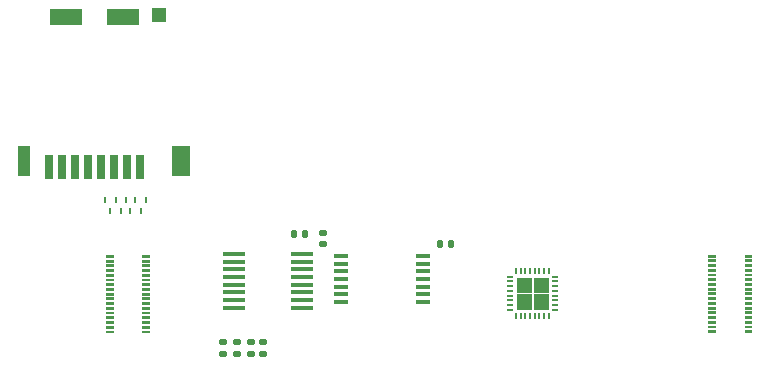
<source format=gbr>
%TF.GenerationSoftware,KiCad,Pcbnew,(6.0.7)*%
%TF.CreationDate,2022-09-26T14:07:28+03:00*%
%TF.ProjectId,202-combi-v0.2,3230322d-636f-46d6-9269-2d76302e322e,rev?*%
%TF.SameCoordinates,PX328b740PY3479d68*%
%TF.FileFunction,Paste,Top*%
%TF.FilePolarity,Positive*%
%FSLAX46Y46*%
G04 Gerber Fmt 4.6, Leading zero omitted, Abs format (unit mm)*
G04 Created by KiCad (PCBNEW (6.0.7)) date 2022-09-26 14:07:28*
%MOMM*%
%LPD*%
G01*
G04 APERTURE LIST*
G04 Aperture macros list*
%AMRoundRect*
0 Rectangle with rounded corners*
0 $1 Rounding radius*
0 $2 $3 $4 $5 $6 $7 $8 $9 X,Y pos of 4 corners*
0 Add a 4 corners polygon primitive as box body*
4,1,4,$2,$3,$4,$5,$6,$7,$8,$9,$2,$3,0*
0 Add four circle primitives for the rounded corners*
1,1,$1+$1,$2,$3*
1,1,$1+$1,$4,$5*
1,1,$1+$1,$6,$7*
1,1,$1+$1,$8,$9*
0 Add four rect primitives between the rounded corners*
20,1,$1+$1,$2,$3,$4,$5,0*
20,1,$1+$1,$4,$5,$6,$7,0*
20,1,$1+$1,$6,$7,$8,$9,0*
20,1,$1+$1,$8,$9,$2,$3,0*%
G04 Aperture macros list end*
%ADD10C,0.010000*%
%ADD11C,0.100000*%
%ADD12R,0.711200X2.006600*%
%ADD13R,2.692400X1.397000*%
%ADD14R,0.990600X2.590800*%
%ADD15R,1.193800X1.193800*%
%ADD16R,1.498600X2.590800*%
%ADD17R,1.955432X0.420766*%
%ADD18RoundRect,0.135000X0.185000X-0.135000X0.185000X0.135000X-0.185000X0.135000X-0.185000X-0.135000X0*%
%ADD19RoundRect,0.140000X-0.140000X-0.170000X0.140000X-0.170000X0.140000X0.170000X-0.140000X0.170000X0*%
%ADD20RoundRect,0.135000X-0.185000X0.135000X-0.185000X-0.135000X0.185000X-0.135000X0.185000X0.135000X0*%
%ADD21R,0.200000X0.600000*%
%ADD22R,1.200000X0.400000*%
%ADD23RoundRect,0.140000X0.170000X-0.140000X0.170000X0.140000X-0.170000X0.140000X-0.170000X-0.140000X0*%
%ADD24R,0.200000X0.549999*%
%ADD25R,0.549999X0.200000*%
G04 APERTURE END LIST*
%TO.C,P4*%
G36*
X8735394Y-22264155D02*
G01*
X8175394Y-22264155D01*
X8175394Y-22104155D01*
X8735394Y-22104155D01*
X8735394Y-22264155D01*
G37*
D10*
X8735394Y-22264155D02*
X8175394Y-22264155D01*
X8175394Y-22104155D01*
X8735394Y-22104155D01*
X8735394Y-22264155D01*
G36*
X11815394Y-26664155D02*
G01*
X11255394Y-26664155D01*
X11255394Y-26504155D01*
X11815394Y-26504155D01*
X11815394Y-26664155D01*
G37*
X11815394Y-26664155D02*
X11255394Y-26664155D01*
X11255394Y-26504155D01*
X11815394Y-26504155D01*
X11815394Y-26664155D01*
G36*
X8735394Y-22664155D02*
G01*
X8175394Y-22664155D01*
X8175394Y-22504155D01*
X8735394Y-22504155D01*
X8735394Y-22664155D01*
G37*
X8735394Y-22664155D02*
X8175394Y-22664155D01*
X8175394Y-22504155D01*
X8735394Y-22504155D01*
X8735394Y-22664155D01*
G36*
X8735394Y-21864155D02*
G01*
X8175394Y-21864155D01*
X8175394Y-21704155D01*
X8735394Y-21704155D01*
X8735394Y-21864155D01*
G37*
X8735394Y-21864155D02*
X8175394Y-21864155D01*
X8175394Y-21704155D01*
X8735394Y-21704155D01*
X8735394Y-21864155D01*
G36*
X11815394Y-22664155D02*
G01*
X11255394Y-22664155D01*
X11255394Y-22504155D01*
X11815394Y-22504155D01*
X11815394Y-22664155D01*
G37*
X11815394Y-22664155D02*
X11255394Y-22664155D01*
X11255394Y-22504155D01*
X11815394Y-22504155D01*
X11815394Y-22664155D01*
G36*
X11815394Y-24664155D02*
G01*
X11255394Y-24664155D01*
X11255394Y-24504155D01*
X11815394Y-24504155D01*
X11815394Y-24664155D01*
G37*
X11815394Y-24664155D02*
X11255394Y-24664155D01*
X11255394Y-24504155D01*
X11815394Y-24504155D01*
X11815394Y-24664155D01*
G36*
X11815394Y-22264155D02*
G01*
X11255394Y-22264155D01*
X11255394Y-22104155D01*
X11815394Y-22104155D01*
X11815394Y-22264155D01*
G37*
X11815394Y-22264155D02*
X11255394Y-22264155D01*
X11255394Y-22104155D01*
X11815394Y-22104155D01*
X11815394Y-22264155D01*
G36*
X8735394Y-26664155D02*
G01*
X8175394Y-26664155D01*
X8175394Y-26504155D01*
X8735394Y-26504155D01*
X8735394Y-26664155D01*
G37*
X8735394Y-26664155D02*
X8175394Y-26664155D01*
X8175394Y-26504155D01*
X8735394Y-26504155D01*
X8735394Y-26664155D01*
G36*
X8735394Y-27864155D02*
G01*
X8175394Y-27864155D01*
X8175394Y-27704155D01*
X8735394Y-27704155D01*
X8735394Y-27864155D01*
G37*
X8735394Y-27864155D02*
X8175394Y-27864155D01*
X8175394Y-27704155D01*
X8735394Y-27704155D01*
X8735394Y-27864155D01*
G36*
X11815394Y-27064155D02*
G01*
X11255394Y-27064155D01*
X11255394Y-26904155D01*
X11815394Y-26904155D01*
X11815394Y-27064155D01*
G37*
X11815394Y-27064155D02*
X11255394Y-27064155D01*
X11255394Y-26904155D01*
X11815394Y-26904155D01*
X11815394Y-27064155D01*
G36*
X8735394Y-28264155D02*
G01*
X8175394Y-28264155D01*
X8175394Y-28104155D01*
X8735394Y-28104155D01*
X8735394Y-28264155D01*
G37*
X8735394Y-28264155D02*
X8175394Y-28264155D01*
X8175394Y-28104155D01*
X8735394Y-28104155D01*
X8735394Y-28264155D01*
G36*
X11815394Y-25464155D02*
G01*
X11255394Y-25464155D01*
X11255394Y-25304155D01*
X11815394Y-25304155D01*
X11815394Y-25464155D01*
G37*
X11815394Y-25464155D02*
X11255394Y-25464155D01*
X11255394Y-25304155D01*
X11815394Y-25304155D01*
X11815394Y-25464155D01*
G36*
X11815394Y-26264155D02*
G01*
X11255394Y-26264155D01*
X11255394Y-26104155D01*
X11815394Y-26104155D01*
X11815394Y-26264155D01*
G37*
X11815394Y-26264155D02*
X11255394Y-26264155D01*
X11255394Y-26104155D01*
X11815394Y-26104155D01*
X11815394Y-26264155D01*
G36*
X11815394Y-24264155D02*
G01*
X11255394Y-24264155D01*
X11255394Y-24104155D01*
X11815394Y-24104155D01*
X11815394Y-24264155D01*
G37*
X11815394Y-24264155D02*
X11255394Y-24264155D01*
X11255394Y-24104155D01*
X11815394Y-24104155D01*
X11815394Y-24264155D01*
G36*
X8735394Y-23864155D02*
G01*
X8175394Y-23864155D01*
X8175394Y-23704155D01*
X8735394Y-23704155D01*
X8735394Y-23864155D01*
G37*
X8735394Y-23864155D02*
X8175394Y-23864155D01*
X8175394Y-23704155D01*
X8735394Y-23704155D01*
X8735394Y-23864155D01*
G36*
X11815394Y-27864155D02*
G01*
X11255394Y-27864155D01*
X11255394Y-27704155D01*
X11815394Y-27704155D01*
X11815394Y-27864155D01*
G37*
X11815394Y-27864155D02*
X11255394Y-27864155D01*
X11255394Y-27704155D01*
X11815394Y-27704155D01*
X11815394Y-27864155D01*
G36*
X8735394Y-24264155D02*
G01*
X8175394Y-24264155D01*
X8175394Y-24104155D01*
X8735394Y-24104155D01*
X8735394Y-24264155D01*
G37*
X8735394Y-24264155D02*
X8175394Y-24264155D01*
X8175394Y-24104155D01*
X8735394Y-24104155D01*
X8735394Y-24264155D01*
G36*
X8735394Y-27064155D02*
G01*
X8175394Y-27064155D01*
X8175394Y-26904155D01*
X8735394Y-26904155D01*
X8735394Y-27064155D01*
G37*
X8735394Y-27064155D02*
X8175394Y-27064155D01*
X8175394Y-26904155D01*
X8735394Y-26904155D01*
X8735394Y-27064155D01*
G36*
X8735394Y-24664155D02*
G01*
X8175394Y-24664155D01*
X8175394Y-24504155D01*
X8735394Y-24504155D01*
X8735394Y-24664155D01*
G37*
X8735394Y-24664155D02*
X8175394Y-24664155D01*
X8175394Y-24504155D01*
X8735394Y-24504155D01*
X8735394Y-24664155D01*
G36*
X8735394Y-25864155D02*
G01*
X8175394Y-25864155D01*
X8175394Y-25704155D01*
X8735394Y-25704155D01*
X8735394Y-25864155D01*
G37*
X8735394Y-25864155D02*
X8175394Y-25864155D01*
X8175394Y-25704155D01*
X8735394Y-25704155D01*
X8735394Y-25864155D01*
G36*
X11815394Y-23864155D02*
G01*
X11255394Y-23864155D01*
X11255394Y-23704155D01*
X11815394Y-23704155D01*
X11815394Y-23864155D01*
G37*
X11815394Y-23864155D02*
X11255394Y-23864155D01*
X11255394Y-23704155D01*
X11815394Y-23704155D01*
X11815394Y-23864155D01*
G36*
X8735394Y-25064155D02*
G01*
X8175394Y-25064155D01*
X8175394Y-24904155D01*
X8735394Y-24904155D01*
X8735394Y-25064155D01*
G37*
X8735394Y-25064155D02*
X8175394Y-25064155D01*
X8175394Y-24904155D01*
X8735394Y-24904155D01*
X8735394Y-25064155D01*
G36*
X11815394Y-21864155D02*
G01*
X11255394Y-21864155D01*
X11255394Y-21704155D01*
X11815394Y-21704155D01*
X11815394Y-21864155D01*
G37*
X11815394Y-21864155D02*
X11255394Y-21864155D01*
X11255394Y-21704155D01*
X11815394Y-21704155D01*
X11815394Y-21864155D01*
G36*
X11815394Y-23464155D02*
G01*
X11255394Y-23464155D01*
X11255394Y-23304155D01*
X11815394Y-23304155D01*
X11815394Y-23464155D01*
G37*
X11815394Y-23464155D02*
X11255394Y-23464155D01*
X11255394Y-23304155D01*
X11815394Y-23304155D01*
X11815394Y-23464155D01*
G36*
X11815394Y-23064155D02*
G01*
X11255394Y-23064155D01*
X11255394Y-22904155D01*
X11815394Y-22904155D01*
X11815394Y-23064155D01*
G37*
X11815394Y-23064155D02*
X11255394Y-23064155D01*
X11255394Y-22904155D01*
X11815394Y-22904155D01*
X11815394Y-23064155D01*
G36*
X8735394Y-25464155D02*
G01*
X8175394Y-25464155D01*
X8175394Y-25304155D01*
X8735394Y-25304155D01*
X8735394Y-25464155D01*
G37*
X8735394Y-25464155D02*
X8175394Y-25464155D01*
X8175394Y-25304155D01*
X8735394Y-25304155D01*
X8735394Y-25464155D01*
G36*
X8735394Y-23464155D02*
G01*
X8175394Y-23464155D01*
X8175394Y-23304155D01*
X8735394Y-23304155D01*
X8735394Y-23464155D01*
G37*
X8735394Y-23464155D02*
X8175394Y-23464155D01*
X8175394Y-23304155D01*
X8735394Y-23304155D01*
X8735394Y-23464155D01*
G36*
X8735394Y-27464155D02*
G01*
X8175394Y-27464155D01*
X8175394Y-27304155D01*
X8735394Y-27304155D01*
X8735394Y-27464155D01*
G37*
X8735394Y-27464155D02*
X8175394Y-27464155D01*
X8175394Y-27304155D01*
X8735394Y-27304155D01*
X8735394Y-27464155D01*
G36*
X8735394Y-26264155D02*
G01*
X8175394Y-26264155D01*
X8175394Y-26104155D01*
X8735394Y-26104155D01*
X8735394Y-26264155D01*
G37*
X8735394Y-26264155D02*
X8175394Y-26264155D01*
X8175394Y-26104155D01*
X8735394Y-26104155D01*
X8735394Y-26264155D01*
G36*
X11815394Y-25064155D02*
G01*
X11255394Y-25064155D01*
X11255394Y-24904155D01*
X11815394Y-24904155D01*
X11815394Y-25064155D01*
G37*
X11815394Y-25064155D02*
X11255394Y-25064155D01*
X11255394Y-24904155D01*
X11815394Y-24904155D01*
X11815394Y-25064155D01*
G36*
X8735394Y-23064155D02*
G01*
X8175394Y-23064155D01*
X8175394Y-22904155D01*
X8735394Y-22904155D01*
X8735394Y-23064155D01*
G37*
X8735394Y-23064155D02*
X8175394Y-23064155D01*
X8175394Y-22904155D01*
X8735394Y-22904155D01*
X8735394Y-23064155D01*
G36*
X11815394Y-28264155D02*
G01*
X11255394Y-28264155D01*
X11255394Y-28104155D01*
X11815394Y-28104155D01*
X11815394Y-28264155D01*
G37*
X11815394Y-28264155D02*
X11255394Y-28264155D01*
X11255394Y-28104155D01*
X11815394Y-28104155D01*
X11815394Y-28264155D01*
G36*
X11815394Y-27464155D02*
G01*
X11255394Y-27464155D01*
X11255394Y-27304155D01*
X11815394Y-27304155D01*
X11815394Y-27464155D01*
G37*
X11815394Y-27464155D02*
X11255394Y-27464155D01*
X11255394Y-27304155D01*
X11815394Y-27304155D01*
X11815394Y-27464155D01*
G36*
X11815394Y-25864155D02*
G01*
X11255394Y-25864155D01*
X11255394Y-25704155D01*
X11815394Y-25704155D01*
X11815394Y-25864155D01*
G37*
X11815394Y-25864155D02*
X11255394Y-25864155D01*
X11255394Y-25704155D01*
X11815394Y-25704155D01*
X11815394Y-25864155D01*
%TO.C,U4*%
G36*
X44135399Y-25050945D02*
G01*
X44144629Y-25053744D01*
X44153133Y-25058290D01*
X44160591Y-25064409D01*
X44166710Y-25071867D01*
X44171256Y-25080371D01*
X44174055Y-25089601D01*
X44175000Y-25099200D01*
X44175000Y-26230800D01*
X44174055Y-26240399D01*
X44171256Y-26249629D01*
X44166710Y-26258133D01*
X44160591Y-26265590D01*
X44153133Y-26271709D01*
X44144629Y-26276256D01*
X44135399Y-26279055D01*
X44125800Y-26280000D01*
X42994200Y-26280000D01*
X42984601Y-26279055D01*
X42975371Y-26276256D01*
X42966867Y-26271709D01*
X42959410Y-26265590D01*
X42953291Y-26258133D01*
X42948744Y-26249629D01*
X42945945Y-26240399D01*
X42945000Y-26230800D01*
X42945000Y-25099200D01*
X42945945Y-25089601D01*
X42948744Y-25080371D01*
X42953291Y-25071867D01*
X42959410Y-25064409D01*
X42966867Y-25058290D01*
X42975371Y-25053744D01*
X42984601Y-25050945D01*
X42994200Y-25050000D01*
X44125800Y-25050000D01*
X44135399Y-25050945D01*
G37*
D11*
X44135399Y-25050945D02*
X44144629Y-25053744D01*
X44153133Y-25058290D01*
X44160591Y-25064409D01*
X44166710Y-25071867D01*
X44171256Y-25080371D01*
X44174055Y-25089601D01*
X44175000Y-25099200D01*
X44175000Y-26230800D01*
X44174055Y-26240399D01*
X44171256Y-26249629D01*
X44166710Y-26258133D01*
X44160591Y-26265590D01*
X44153133Y-26271709D01*
X44144629Y-26276256D01*
X44135399Y-26279055D01*
X44125800Y-26280000D01*
X42994200Y-26280000D01*
X42984601Y-26279055D01*
X42975371Y-26276256D01*
X42966867Y-26271709D01*
X42959410Y-26265590D01*
X42953291Y-26258133D01*
X42948744Y-26249629D01*
X42945945Y-26240399D01*
X42945000Y-26230800D01*
X42945000Y-25099200D01*
X42945945Y-25089601D01*
X42948744Y-25080371D01*
X42953291Y-25071867D01*
X42959410Y-25064409D01*
X42966867Y-25058290D01*
X42975371Y-25053744D01*
X42984601Y-25050945D01*
X42994200Y-25050000D01*
X44125800Y-25050000D01*
X44135399Y-25050945D01*
G36*
X45565399Y-25050945D02*
G01*
X45574629Y-25053744D01*
X45583133Y-25058290D01*
X45590590Y-25064409D01*
X45596709Y-25071867D01*
X45601256Y-25080371D01*
X45604055Y-25089601D01*
X45605000Y-25099200D01*
X45605000Y-26230800D01*
X45604055Y-26240399D01*
X45601256Y-26249629D01*
X45596709Y-26258133D01*
X45590590Y-26265590D01*
X45583133Y-26271709D01*
X45574629Y-26276256D01*
X45565399Y-26279055D01*
X45555800Y-26280000D01*
X44424200Y-26280000D01*
X44414601Y-26279055D01*
X44405371Y-26276256D01*
X44396867Y-26271709D01*
X44389409Y-26265590D01*
X44383290Y-26258133D01*
X44378744Y-26249629D01*
X44375945Y-26240399D01*
X44375000Y-26230800D01*
X44375000Y-25099200D01*
X44375945Y-25089601D01*
X44378744Y-25080371D01*
X44383290Y-25071867D01*
X44389409Y-25064409D01*
X44396867Y-25058290D01*
X44405371Y-25053744D01*
X44414601Y-25050945D01*
X44424200Y-25050000D01*
X45555800Y-25050000D01*
X45565399Y-25050945D01*
G37*
X45565399Y-25050945D02*
X45574629Y-25053744D01*
X45583133Y-25058290D01*
X45590590Y-25064409D01*
X45596709Y-25071867D01*
X45601256Y-25080371D01*
X45604055Y-25089601D01*
X45605000Y-25099200D01*
X45605000Y-26230800D01*
X45604055Y-26240399D01*
X45601256Y-26249629D01*
X45596709Y-26258133D01*
X45590590Y-26265590D01*
X45583133Y-26271709D01*
X45574629Y-26276256D01*
X45565399Y-26279055D01*
X45555800Y-26280000D01*
X44424200Y-26280000D01*
X44414601Y-26279055D01*
X44405371Y-26276256D01*
X44396867Y-26271709D01*
X44389409Y-26265590D01*
X44383290Y-26258133D01*
X44378744Y-26249629D01*
X44375945Y-26240399D01*
X44375000Y-26230800D01*
X44375000Y-25099200D01*
X44375945Y-25089601D01*
X44378744Y-25080371D01*
X44383290Y-25071867D01*
X44389409Y-25064409D01*
X44396867Y-25058290D01*
X44405371Y-25053744D01*
X44414601Y-25050945D01*
X44424200Y-25050000D01*
X45555800Y-25050000D01*
X45565399Y-25050945D01*
G36*
X44135399Y-23620945D02*
G01*
X44144629Y-23623744D01*
X44153133Y-23628291D01*
X44160591Y-23634410D01*
X44166710Y-23641867D01*
X44171256Y-23650371D01*
X44174055Y-23659601D01*
X44175000Y-23669200D01*
X44175000Y-24800800D01*
X44174055Y-24810399D01*
X44171256Y-24819629D01*
X44166710Y-24828133D01*
X44160591Y-24835591D01*
X44153133Y-24841710D01*
X44144629Y-24846256D01*
X44135399Y-24849055D01*
X44125800Y-24850000D01*
X42994200Y-24850000D01*
X42984601Y-24849055D01*
X42975371Y-24846256D01*
X42966867Y-24841710D01*
X42959410Y-24835591D01*
X42953291Y-24828133D01*
X42948744Y-24819629D01*
X42945945Y-24810399D01*
X42945000Y-24800800D01*
X42945000Y-23669200D01*
X42945945Y-23659601D01*
X42948744Y-23650371D01*
X42953291Y-23641867D01*
X42959410Y-23634410D01*
X42966867Y-23628291D01*
X42975371Y-23623744D01*
X42984601Y-23620945D01*
X42994200Y-23620000D01*
X44125800Y-23620000D01*
X44135399Y-23620945D01*
G37*
X44135399Y-23620945D02*
X44144629Y-23623744D01*
X44153133Y-23628291D01*
X44160591Y-23634410D01*
X44166710Y-23641867D01*
X44171256Y-23650371D01*
X44174055Y-23659601D01*
X44175000Y-23669200D01*
X44175000Y-24800800D01*
X44174055Y-24810399D01*
X44171256Y-24819629D01*
X44166710Y-24828133D01*
X44160591Y-24835591D01*
X44153133Y-24841710D01*
X44144629Y-24846256D01*
X44135399Y-24849055D01*
X44125800Y-24850000D01*
X42994200Y-24850000D01*
X42984601Y-24849055D01*
X42975371Y-24846256D01*
X42966867Y-24841710D01*
X42959410Y-24835591D01*
X42953291Y-24828133D01*
X42948744Y-24819629D01*
X42945945Y-24810399D01*
X42945000Y-24800800D01*
X42945000Y-23669200D01*
X42945945Y-23659601D01*
X42948744Y-23650371D01*
X42953291Y-23641867D01*
X42959410Y-23634410D01*
X42966867Y-23628291D01*
X42975371Y-23623744D01*
X42984601Y-23620945D01*
X42994200Y-23620000D01*
X44125800Y-23620000D01*
X44135399Y-23620945D01*
G36*
X45565399Y-23620945D02*
G01*
X45574629Y-23623744D01*
X45583133Y-23628291D01*
X45590590Y-23634410D01*
X45596709Y-23641867D01*
X45601256Y-23650371D01*
X45604055Y-23659601D01*
X45605000Y-23669200D01*
X45605000Y-24800800D01*
X45604055Y-24810399D01*
X45601256Y-24819629D01*
X45596709Y-24828133D01*
X45590590Y-24835591D01*
X45583133Y-24841710D01*
X45574629Y-24846256D01*
X45565399Y-24849055D01*
X45555800Y-24850000D01*
X44424200Y-24850000D01*
X44414601Y-24849055D01*
X44405371Y-24846256D01*
X44396867Y-24841710D01*
X44389409Y-24835591D01*
X44383290Y-24828133D01*
X44378744Y-24819629D01*
X44375945Y-24810399D01*
X44375000Y-24800800D01*
X44375000Y-23669200D01*
X44375945Y-23659601D01*
X44378744Y-23650371D01*
X44383290Y-23641867D01*
X44389409Y-23634410D01*
X44396867Y-23628291D01*
X44405371Y-23623744D01*
X44414601Y-23620945D01*
X44424200Y-23620000D01*
X45555800Y-23620000D01*
X45565399Y-23620945D01*
G37*
X45565399Y-23620945D02*
X45574629Y-23623744D01*
X45583133Y-23628291D01*
X45590590Y-23634410D01*
X45596709Y-23641867D01*
X45601256Y-23650371D01*
X45604055Y-23659601D01*
X45605000Y-23669200D01*
X45605000Y-24800800D01*
X45604055Y-24810399D01*
X45601256Y-24819629D01*
X45596709Y-24828133D01*
X45590590Y-24835591D01*
X45583133Y-24841710D01*
X45574629Y-24846256D01*
X45565399Y-24849055D01*
X45555800Y-24850000D01*
X44424200Y-24850000D01*
X44414601Y-24849055D01*
X44405371Y-24846256D01*
X44396867Y-24841710D01*
X44389409Y-24835591D01*
X44383290Y-24828133D01*
X44378744Y-24819629D01*
X44375945Y-24810399D01*
X44375000Y-24800800D01*
X44375000Y-23669200D01*
X44375945Y-23659601D01*
X44378744Y-23650371D01*
X44383290Y-23641867D01*
X44389409Y-23634410D01*
X44396867Y-23628291D01*
X44405371Y-23623744D01*
X44414601Y-23620945D01*
X44424200Y-23620000D01*
X45555800Y-23620000D01*
X45565399Y-23620945D01*
%TO.C,P3*%
G36*
X62824606Y-23445845D02*
G01*
X62264606Y-23445845D01*
X62264606Y-23285845D01*
X62824606Y-23285845D01*
X62824606Y-23445845D01*
G37*
D10*
X62824606Y-23445845D02*
X62264606Y-23445845D01*
X62264606Y-23285845D01*
X62824606Y-23285845D01*
X62824606Y-23445845D01*
G36*
X59744606Y-25445845D02*
G01*
X59184606Y-25445845D01*
X59184606Y-25285845D01*
X59744606Y-25285845D01*
X59744606Y-25445845D01*
G37*
X59744606Y-25445845D02*
X59184606Y-25445845D01*
X59184606Y-25285845D01*
X59744606Y-25285845D01*
X59744606Y-25445845D01*
G36*
X59744606Y-27845845D02*
G01*
X59184606Y-27845845D01*
X59184606Y-27685845D01*
X59744606Y-27685845D01*
X59744606Y-27845845D01*
G37*
X59744606Y-27845845D02*
X59184606Y-27845845D01*
X59184606Y-27685845D01*
X59744606Y-27685845D01*
X59744606Y-27845845D01*
G36*
X59744606Y-25045845D02*
G01*
X59184606Y-25045845D01*
X59184606Y-24885845D01*
X59744606Y-24885845D01*
X59744606Y-25045845D01*
G37*
X59744606Y-25045845D02*
X59184606Y-25045845D01*
X59184606Y-24885845D01*
X59744606Y-24885845D01*
X59744606Y-25045845D01*
G36*
X62824606Y-27845845D02*
G01*
X62264606Y-27845845D01*
X62264606Y-27685845D01*
X62824606Y-27685845D01*
X62824606Y-27845845D01*
G37*
X62824606Y-27845845D02*
X62264606Y-27845845D01*
X62264606Y-27685845D01*
X62824606Y-27685845D01*
X62824606Y-27845845D01*
G36*
X59744606Y-21845845D02*
G01*
X59184606Y-21845845D01*
X59184606Y-21685845D01*
X59744606Y-21685845D01*
X59744606Y-21845845D01*
G37*
X59744606Y-21845845D02*
X59184606Y-21845845D01*
X59184606Y-21685845D01*
X59744606Y-21685845D01*
X59744606Y-21845845D01*
G36*
X59744606Y-23045845D02*
G01*
X59184606Y-23045845D01*
X59184606Y-22885845D01*
X59744606Y-22885845D01*
X59744606Y-23045845D01*
G37*
X59744606Y-23045845D02*
X59184606Y-23045845D01*
X59184606Y-22885845D01*
X59744606Y-22885845D01*
X59744606Y-23045845D01*
G36*
X59744606Y-28245845D02*
G01*
X59184606Y-28245845D01*
X59184606Y-28085845D01*
X59744606Y-28085845D01*
X59744606Y-28245845D01*
G37*
X59744606Y-28245845D02*
X59184606Y-28245845D01*
X59184606Y-28085845D01*
X59744606Y-28085845D01*
X59744606Y-28245845D01*
G36*
X62824606Y-21845845D02*
G01*
X62264606Y-21845845D01*
X62264606Y-21685845D01*
X62824606Y-21685845D01*
X62824606Y-21845845D01*
G37*
X62824606Y-21845845D02*
X62264606Y-21845845D01*
X62264606Y-21685845D01*
X62824606Y-21685845D01*
X62824606Y-21845845D01*
G36*
X62824606Y-23045845D02*
G01*
X62264606Y-23045845D01*
X62264606Y-22885845D01*
X62824606Y-22885845D01*
X62824606Y-23045845D01*
G37*
X62824606Y-23045845D02*
X62264606Y-23045845D01*
X62264606Y-22885845D01*
X62824606Y-22885845D01*
X62824606Y-23045845D01*
G36*
X62824606Y-24245845D02*
G01*
X62264606Y-24245845D01*
X62264606Y-24085845D01*
X62824606Y-24085845D01*
X62824606Y-24245845D01*
G37*
X62824606Y-24245845D02*
X62264606Y-24245845D01*
X62264606Y-24085845D01*
X62824606Y-24085845D01*
X62824606Y-24245845D01*
G36*
X59744606Y-26245845D02*
G01*
X59184606Y-26245845D01*
X59184606Y-26085845D01*
X59744606Y-26085845D01*
X59744606Y-26245845D01*
G37*
X59744606Y-26245845D02*
X59184606Y-26245845D01*
X59184606Y-26085845D01*
X59744606Y-26085845D01*
X59744606Y-26245845D01*
G36*
X62824606Y-25445845D02*
G01*
X62264606Y-25445845D01*
X62264606Y-25285845D01*
X62824606Y-25285845D01*
X62824606Y-25445845D01*
G37*
X62824606Y-25445845D02*
X62264606Y-25445845D01*
X62264606Y-25285845D01*
X62824606Y-25285845D01*
X62824606Y-25445845D01*
G36*
X59744606Y-27045845D02*
G01*
X59184606Y-27045845D01*
X59184606Y-26885845D01*
X59744606Y-26885845D01*
X59744606Y-27045845D01*
G37*
X59744606Y-27045845D02*
X59184606Y-27045845D01*
X59184606Y-26885845D01*
X59744606Y-26885845D01*
X59744606Y-27045845D01*
G36*
X59744606Y-25845845D02*
G01*
X59184606Y-25845845D01*
X59184606Y-25685845D01*
X59744606Y-25685845D01*
X59744606Y-25845845D01*
G37*
X59744606Y-25845845D02*
X59184606Y-25845845D01*
X59184606Y-25685845D01*
X59744606Y-25685845D01*
X59744606Y-25845845D01*
G36*
X59744606Y-24245845D02*
G01*
X59184606Y-24245845D01*
X59184606Y-24085845D01*
X59744606Y-24085845D01*
X59744606Y-24245845D01*
G37*
X59744606Y-24245845D02*
X59184606Y-24245845D01*
X59184606Y-24085845D01*
X59744606Y-24085845D01*
X59744606Y-24245845D01*
G36*
X59744606Y-27445845D02*
G01*
X59184606Y-27445845D01*
X59184606Y-27285845D01*
X59744606Y-27285845D01*
X59744606Y-27445845D01*
G37*
X59744606Y-27445845D02*
X59184606Y-27445845D01*
X59184606Y-27285845D01*
X59744606Y-27285845D01*
X59744606Y-27445845D01*
G36*
X59744606Y-26645845D02*
G01*
X59184606Y-26645845D01*
X59184606Y-26485845D01*
X59744606Y-26485845D01*
X59744606Y-26645845D01*
G37*
X59744606Y-26645845D02*
X59184606Y-26645845D01*
X59184606Y-26485845D01*
X59744606Y-26485845D01*
X59744606Y-26645845D01*
G36*
X62824606Y-22645845D02*
G01*
X62264606Y-22645845D01*
X62264606Y-22485845D01*
X62824606Y-22485845D01*
X62824606Y-22645845D01*
G37*
X62824606Y-22645845D02*
X62264606Y-22645845D01*
X62264606Y-22485845D01*
X62824606Y-22485845D01*
X62824606Y-22645845D01*
G36*
X62824606Y-27445845D02*
G01*
X62264606Y-27445845D01*
X62264606Y-27285845D01*
X62824606Y-27285845D01*
X62824606Y-27445845D01*
G37*
X62824606Y-27445845D02*
X62264606Y-27445845D01*
X62264606Y-27285845D01*
X62824606Y-27285845D01*
X62824606Y-27445845D01*
G36*
X62824606Y-26245845D02*
G01*
X62264606Y-26245845D01*
X62264606Y-26085845D01*
X62824606Y-26085845D01*
X62824606Y-26245845D01*
G37*
X62824606Y-26245845D02*
X62264606Y-26245845D01*
X62264606Y-26085845D01*
X62824606Y-26085845D01*
X62824606Y-26245845D01*
G36*
X59744606Y-23845845D02*
G01*
X59184606Y-23845845D01*
X59184606Y-23685845D01*
X59744606Y-23685845D01*
X59744606Y-23845845D01*
G37*
X59744606Y-23845845D02*
X59184606Y-23845845D01*
X59184606Y-23685845D01*
X59744606Y-23685845D01*
X59744606Y-23845845D01*
G36*
X62824606Y-25845845D02*
G01*
X62264606Y-25845845D01*
X62264606Y-25685845D01*
X62824606Y-25685845D01*
X62824606Y-25845845D01*
G37*
X62824606Y-25845845D02*
X62264606Y-25845845D01*
X62264606Y-25685845D01*
X62824606Y-25685845D01*
X62824606Y-25845845D01*
G36*
X59744606Y-23445845D02*
G01*
X59184606Y-23445845D01*
X59184606Y-23285845D01*
X59744606Y-23285845D01*
X59744606Y-23445845D01*
G37*
X59744606Y-23445845D02*
X59184606Y-23445845D01*
X59184606Y-23285845D01*
X59744606Y-23285845D01*
X59744606Y-23445845D01*
G36*
X62824606Y-23845845D02*
G01*
X62264606Y-23845845D01*
X62264606Y-23685845D01*
X62824606Y-23685845D01*
X62824606Y-23845845D01*
G37*
X62824606Y-23845845D02*
X62264606Y-23845845D01*
X62264606Y-23685845D01*
X62824606Y-23685845D01*
X62824606Y-23845845D01*
G36*
X62824606Y-28245845D02*
G01*
X62264606Y-28245845D01*
X62264606Y-28085845D01*
X62824606Y-28085845D01*
X62824606Y-28245845D01*
G37*
X62824606Y-28245845D02*
X62264606Y-28245845D01*
X62264606Y-28085845D01*
X62824606Y-28085845D01*
X62824606Y-28245845D01*
G36*
X59744606Y-22645845D02*
G01*
X59184606Y-22645845D01*
X59184606Y-22485845D01*
X59744606Y-22485845D01*
X59744606Y-22645845D01*
G37*
X59744606Y-22645845D02*
X59184606Y-22645845D01*
X59184606Y-22485845D01*
X59744606Y-22485845D01*
X59744606Y-22645845D01*
G36*
X59744606Y-24645845D02*
G01*
X59184606Y-24645845D01*
X59184606Y-24485845D01*
X59744606Y-24485845D01*
X59744606Y-24645845D01*
G37*
X59744606Y-24645845D02*
X59184606Y-24645845D01*
X59184606Y-24485845D01*
X59744606Y-24485845D01*
X59744606Y-24645845D01*
G36*
X62824606Y-22245845D02*
G01*
X62264606Y-22245845D01*
X62264606Y-22085845D01*
X62824606Y-22085845D01*
X62824606Y-22245845D01*
G37*
X62824606Y-22245845D02*
X62264606Y-22245845D01*
X62264606Y-22085845D01*
X62824606Y-22085845D01*
X62824606Y-22245845D01*
G36*
X62824606Y-26645845D02*
G01*
X62264606Y-26645845D01*
X62264606Y-26485845D01*
X62824606Y-26485845D01*
X62824606Y-26645845D01*
G37*
X62824606Y-26645845D02*
X62264606Y-26645845D01*
X62264606Y-26485845D01*
X62824606Y-26485845D01*
X62824606Y-26645845D01*
G36*
X62824606Y-27045845D02*
G01*
X62264606Y-27045845D01*
X62264606Y-26885845D01*
X62824606Y-26885845D01*
X62824606Y-27045845D01*
G37*
X62824606Y-27045845D02*
X62264606Y-27045845D01*
X62264606Y-26885845D01*
X62824606Y-26885845D01*
X62824606Y-27045845D01*
G36*
X62824606Y-25045845D02*
G01*
X62264606Y-25045845D01*
X62264606Y-24885845D01*
X62824606Y-24885845D01*
X62824606Y-25045845D01*
G37*
X62824606Y-25045845D02*
X62264606Y-25045845D01*
X62264606Y-24885845D01*
X62824606Y-24885845D01*
X62824606Y-25045845D01*
G36*
X59744606Y-22245845D02*
G01*
X59184606Y-22245845D01*
X59184606Y-22085845D01*
X59744606Y-22085845D01*
X59744606Y-22245845D01*
G37*
X59744606Y-22245845D02*
X59184606Y-22245845D01*
X59184606Y-22085845D01*
X59744606Y-22085845D01*
X59744606Y-22245845D01*
G36*
X62824606Y-24645845D02*
G01*
X62264606Y-24645845D01*
X62264606Y-24485845D01*
X62824606Y-24485845D01*
X62824606Y-24645845D01*
G37*
X62824606Y-24645845D02*
X62264606Y-24645845D01*
X62264606Y-24485845D01*
X62824606Y-24485845D01*
X62824606Y-24645845D01*
%TD*%
D12*
%TO.C,J1*%
X11047999Y-14223351D03*
X9947999Y-14223351D03*
X8847998Y-14223351D03*
X7747998Y-14223351D03*
X6647998Y-14223351D03*
X5547997Y-14223351D03*
X4448000Y-14223351D03*
X3347999Y-14223351D03*
D13*
X9647999Y-1523351D03*
D14*
X1248001Y-13723350D03*
D13*
X4747999Y-1523351D03*
D15*
X12698001Y-1423349D03*
D16*
X14548000Y-13723349D03*
%TD*%
D17*
%TO.C,U5*%
X19049616Y-21612439D03*
X19049616Y-22262437D03*
X19049616Y-22912439D03*
X19049616Y-23562437D03*
X19049616Y-24212439D03*
X19049616Y-24862437D03*
X19049616Y-25512439D03*
X19049616Y-26162437D03*
X24800384Y-26162437D03*
X24800384Y-25512439D03*
X24800384Y-24862437D03*
X24800384Y-24212439D03*
X24800384Y-23562437D03*
X24800384Y-22912439D03*
X24800384Y-22262437D03*
X24800384Y-21612439D03*
%TD*%
D18*
%TO.C,R2*%
X21500000Y-30085000D03*
X21500000Y-29065000D03*
%TD*%
D19*
%TO.C,C17*%
X24095000Y-19925000D03*
X25055000Y-19925000D03*
%TD*%
D18*
%TO.C,R1*%
X19275000Y-30100000D03*
X19275000Y-29080000D03*
%TD*%
D20*
%TO.C,R4*%
X20450000Y-29080000D03*
X20450000Y-30100000D03*
%TD*%
D21*
%TO.C,D1*%
X11525000Y-17075000D03*
X10625000Y-17075000D03*
X9825000Y-17075000D03*
X9025000Y-17075000D03*
X8125000Y-17075000D03*
X8525000Y-18025000D03*
X9425000Y-18025000D03*
X10225000Y-18025000D03*
X11125000Y-18025000D03*
%TD*%
D22*
%TO.C,U2*%
X28075000Y-21800000D03*
X28075000Y-22450000D03*
X28075000Y-23100000D03*
X28075000Y-23750000D03*
X28075000Y-24400000D03*
X28075000Y-25050000D03*
X28075000Y-25700000D03*
X34975000Y-25700000D03*
X34975000Y-25050000D03*
X34975000Y-24400000D03*
X34975000Y-23750000D03*
X34975000Y-23100000D03*
X34975000Y-22450000D03*
X34975000Y-21800000D03*
%TD*%
D23*
%TO.C,C6*%
X26575000Y-20775000D03*
X26575000Y-19815000D03*
%TD*%
D24*
%TO.C,U4*%
X42874998Y-26875000D03*
X43274999Y-26875000D03*
X43674999Y-26875000D03*
X44074998Y-26875000D03*
X44475000Y-26875000D03*
X44874999Y-26875000D03*
X45274998Y-26875000D03*
X45675000Y-26875000D03*
D25*
X46200000Y-26350000D03*
X46200000Y-25949998D03*
X46200000Y-25549999D03*
X46200000Y-25150000D03*
X46200000Y-24749998D03*
X46200000Y-24349999D03*
X46200000Y-23949999D03*
X46200000Y-23549998D03*
D24*
X45675000Y-23025000D03*
X45274998Y-23025000D03*
X44874999Y-23025000D03*
X44475000Y-23025000D03*
X44074998Y-23025000D03*
X43674999Y-23025000D03*
X43274999Y-23025000D03*
X42874998Y-23025000D03*
D25*
X42350000Y-23549998D03*
X42350000Y-23949999D03*
X42350000Y-24349999D03*
X42350000Y-24749998D03*
X42350000Y-25150000D03*
X42350000Y-25549999D03*
X42350000Y-25949998D03*
X42350000Y-26350000D03*
%TD*%
D19*
%TO.C,C7*%
X36420000Y-20775000D03*
X37380000Y-20775000D03*
%TD*%
D20*
%TO.C,R3*%
X18100000Y-29080000D03*
X18100000Y-30100000D03*
%TD*%
M02*

</source>
